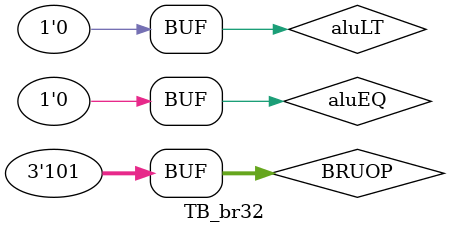
<source format=v>
`timescale 1ns / 1ps


module TB_br32;

	// Inputs
	reg [2:0] BRUOP;
	reg aluEQ;
	reg aluLT;

	// Outputs
	wire doBranch;

	// Instantiate the Unit Under Test (UUT)
	br uut (
		.BRUOP(BRUOP), 
		.aluEQ(aluEQ), 
		.aluLT(aluLT), 
		.doBranch(doBranch)
	);

	initial begin
		// Initialize Inputs
		BRUOP = 0;
		aluEQ = 0;
		aluLT = 0;

		// Wait 100 ns for global reset to finish
		#100;
		
		//EQ = 0,
		BRUOP = 0;
		aluEQ = 0;
		#50;
		aluEQ = 1;
		#50;

		//NE = 1, 
		BRUOP = 1;
		aluEQ = 0;
		#50;
		aluEQ = 1;
		#50;
		aluEQ = 0;
		//LT = 2,
		BRUOP = 2;
		aluLT = 0;
		#50;
		aluLT = 1;
		#50;

		//GE = 3,
		BRUOP = 3;
		aluLT = 0;
		#50;
		aluLT = 1;
		#50;
		aluLT = 0;
		//JAL = 4,
		BRUOP = 4;

		#100;

		//JALR = 5;
		BRUOP = 5;

		#100;

		// Add stimulus here

	end
      
endmodule


</source>
